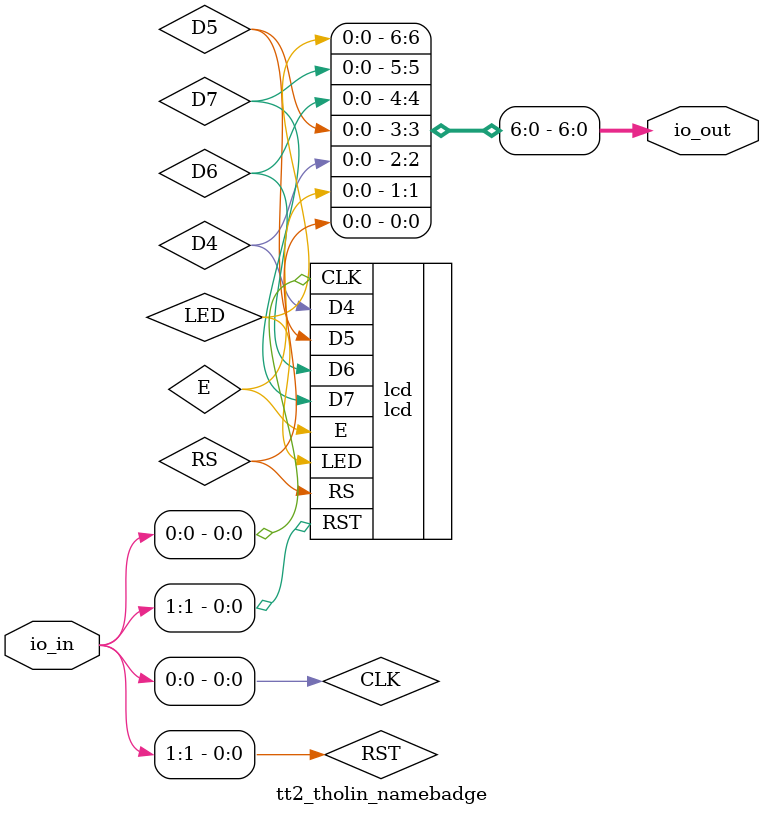
<source format=v>
`default_nettype none

module tt2_tholin_namebadge (
	input [7:0] io_in,
	output [7:0] io_out
);
	wire CLK = io_in[0];
	wire RST = io_in[1];
	wire RS;
	wire E;
	wire D4;
	wire D5;
	wire D6;
	wire D7;
	wire LED;
	assign io_out[0] = RS;
	assign io_out[1] = E;
	assign io_out[2] = D4;
	assign io_out[3] = D5;
	assign io_out[4] = D6;
	assign io_out[5] = D7;
	assign io_out[6] = LED;
	
	lcd lcd (
		.CLK(CLK),
		.RST(RST),
		.RS(RS),
		.E(E),
		.D4(D4),
		.D5(D5),
		.D6(D6),
		.D7(D7),
		.LED(LED));
endmodule

</source>
